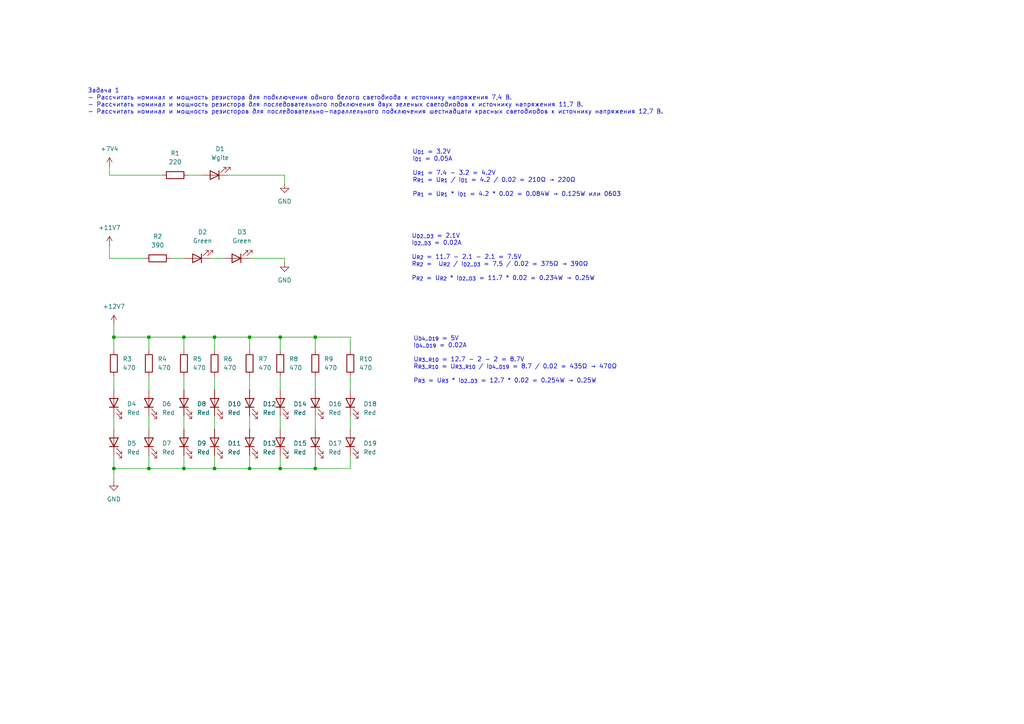
<source format=kicad_sch>
(kicad_sch (version 20231120) (generator "eeschema") (generator_version "8.0")
  (paper "A4")
  (lib_symbols
    (symbol "Device:LED" (pin_numbers hide) (pin_names (offset 1.016) hide)
      (property "Reference" "D" (at 0 2.54 0))
      (property "Value" "LED" (at 0 -2.54 0))
      (symbol "LED_0_1"
        (polyline (pts (xy -1.27 -1.27) (xy -1.27 1.27)) (stroke (width 0.254)))
        (polyline (pts (xy -1.27 0) (xy 1.27 0)))
        (polyline (pts (xy 1.27 -1.27) (xy 1.27 1.27) (xy -1.27 0) (xy 1.27 -1.27)) (stroke (width 0.254)))
        (polyline (pts (xy -3.048 -0.762) (xy -4.572 -2.286) (xy -3.81 -2.286) (xy -4.572 -2.286) (xy -4.572 -1.524)))
        (polyline (pts (xy -1.778 -0.762) (xy -3.302 -2.286) (xy -2.54 -2.286) (xy -3.302 -2.286) (xy -3.302 -1.524)))
      )
      (symbol "LED_1_1"
        (pin passive line (at -3.81 0 0) (length 2.54) (name "K") (number "1"))
        (pin passive line (at 3.81 0 180) (length 2.54) (name "A") (number "2"))
      )
    )
    (symbol "Device:R" (pin_numbers hide) (pin_names (offset 0))
      (property "Reference" "R" (at 2.032 0 90))
      (property "Value" "R" (at 0 0 90))
      (symbol "R_0_1"
        (rectangle (start -1.016 -2.54) (end 1.016 2.54) (stroke (width 0.254)))
      )
      (symbol "R_1_1"
        (pin passive line (at 0 3.81 270) (length 1.27) (name "~") (number "1"))
        (pin passive line (at 0 -3.81 90) (length 1.27) (name "~") (number "2"))
      )
    )
    (symbol "power:+3.3V" (power) (pin_numbers hide) (pin_names (offset 0) hide)
      (property "Value" "+3.3V" (at 0 3.556 0))
      (symbol "+3.3V_0_1"
        (polyline (pts (xy -0.762 1.27) (xy 0 2.54)))
        (polyline (pts (xy 0 0) (xy 0 2.54)))
        (polyline (pts (xy 0 2.54) (xy 0.762 1.27)))
      )
      (symbol "+3.3V_1_1"
        (pin power_in line (at 0 0 90) (length 0) (name "~") (number "1"))
      )
    )
    (symbol "power:GND" (power) (pin_numbers hide) (pin_names (offset 0) hide)
      (property "Value" "GND" (at 0 -3.81 0))
      (symbol "GND_0_1"
        (polyline (pts (xy 0 0) (xy 0 -1.27) (xy 1.27 -1.27) (xy 0 -2.54) (xy -1.27 -1.27) (xy 0 -1.27)))
      )
      (symbol "GND_1_1"
        (pin power_in line (at 0 0 270) (length 0) (name "~") (number "1"))
      )
    )
  )
  (junction (at 33.02 97.79))
  (junction (at 53.34 135.89))
  (junction (at 43.18 97.79))
  (junction (at 91.44 97.79))
  (junction (at 72.39 97.79))
  (junction (at 91.44 135.89))
  (junction (at 81.28 135.89))
  (junction (at 62.23 97.79))
  (junction (at 62.23 135.89))
  (junction (at 33.02 135.89))
  (junction (at 53.34 97.79))
  (junction (at 43.18 135.89))
  (junction (at 72.39 135.89))
  (junction (at 81.28 97.79))
  (wire (pts (xy 53.34 132.08) (xy 53.34 135.89)))
  (wire (pts (xy 43.18 120.65) (xy 43.18 124.46)))
  (wire (pts (xy 62.23 132.08) (xy 62.23 135.89)))
  (wire (pts (xy 33.02 97.79) (xy 43.18 97.79)))
  (wire (pts (xy 62.23 101.6) (xy 62.23 97.79)))
  (wire (pts (xy 72.39 109.22) (xy 72.39 113.03)))
  (wire (pts (xy 81.28 109.22) (xy 81.28 113.03)))
  (wire (pts (xy 62.23 109.22) (xy 62.23 113.03)))
  (wire (pts (xy 82.55 50.8) (xy 82.55 53.34)))
  (wire (pts (xy 33.02 135.89) (xy 33.02 139.7)))
  (wire (pts (xy 31.75 71.12) (xy 31.75 74.93)))
  (wire (pts (xy 31.75 48.26) (xy 31.75 50.8)))
  (wire (pts (xy 81.28 135.89) (xy 72.39 135.89)))
  (wire (pts (xy 72.39 132.08) (xy 72.39 135.89)))
  (wire (pts (xy 54.61 50.8) (xy 58.42 50.8)))
  (wire (pts (xy 101.6 101.6) (xy 101.6 97.79)))
  (wire (pts (xy 62.23 135.89) (xy 53.34 135.89)))
  (wire (pts (xy 91.44 135.89) (xy 81.28 135.89)))
  (wire (pts (xy 81.28 132.08) (xy 81.28 135.89)))
  (wire (pts (xy 72.39 74.93) (xy 82.55 74.93)))
  (wire (pts (xy 81.28 101.6) (xy 81.28 97.79)))
  (wire (pts (xy 72.39 101.6) (xy 72.39 97.79)))
  (wire (pts (xy 82.55 74.93) (xy 82.55 76.2)))
  (wire (pts (xy 62.23 97.79) (xy 53.34 97.79)))
  (wire (pts (xy 72.39 97.79) (xy 62.23 97.79)))
  (wire (pts (xy 101.6 109.22) (xy 101.6 113.03)))
  (wire (pts (xy 91.44 120.65) (xy 91.44 124.46)))
  (wire (pts (xy 72.39 135.89) (xy 62.23 135.89)))
  (wire (pts (xy 91.44 97.79) (xy 81.28 97.79)))
  (wire (pts (xy 81.28 97.79) (xy 72.39 97.79)))
  (wire (pts (xy 33.02 132.08) (xy 33.02 135.89)))
  (wire (pts (xy 91.44 101.6) (xy 91.44 97.79)))
  (wire (pts (xy 41.91 74.93) (xy 31.75 74.93)))
  (wire (pts (xy 91.44 132.08) (xy 91.44 135.89)))
  (wire (pts (xy 53.34 109.22) (xy 53.34 113.03)))
  (wire (pts (xy 33.02 93.98) (xy 33.02 97.79)))
  (wire (pts (xy 66.04 50.8) (xy 82.55 50.8)))
  (wire (pts (xy 33.02 109.22) (xy 33.02 113.03)))
  (wire (pts (xy 101.6 132.08) (xy 101.6 135.89)))
  (wire (pts (xy 53.34 135.89) (xy 43.18 135.89)))
  (wire (pts (xy 43.18 132.08) (xy 43.18 135.89)))
  (wire (pts (xy 33.02 97.79) (xy 33.02 101.6)))
  (wire (pts (xy 101.6 97.79) (xy 91.44 97.79)))
  (wire (pts (xy 53.34 97.79) (xy 53.34 101.6)))
  (wire (pts (xy 43.18 109.22) (xy 43.18 113.03)))
  (wire (pts (xy 53.34 120.65) (xy 53.34 124.46)))
  (wire (pts (xy 91.44 109.22) (xy 91.44 113.03)))
  (wire (pts (xy 43.18 101.6) (xy 43.18 97.79)))
  (wire (pts (xy 49.53 74.93) (xy 53.34 74.93)))
  (wire (pts (xy 33.02 120.65) (xy 33.02 124.46)))
  (wire (pts (xy 33.02 135.89) (xy 43.18 135.89)))
  (wire (pts (xy 60.96 74.93) (xy 64.77 74.93)))
  (wire (pts (xy 43.18 97.79) (xy 53.34 97.79)))
  (wire (pts (xy 72.39 120.65) (xy 72.39 124.46)))
  (wire (pts (xy 62.23 120.65) (xy 62.23 124.46)))
  (wire (pts (xy 81.28 120.65) (xy 81.28 124.46)))
  (wire (pts (xy 101.6 135.89) (xy 91.44 135.89)))
  (wire (pts (xy 101.6 120.65) (xy 101.6 124.46)))
  (wire (pts (xy 46.99 50.8) (xy 31.75 50.8)))
  (text "U_{D2..D3} = 2.1V\nI_{D2..D3} = 0.02A\n\nU_{R2} = 11.7 - 2.1 - 2.1 = 7.5V\nR_{R2} =  U_{R2} / I_{D2..D3} = 7.5 / 0.02 = 375Ω → 390Ω\n\nP_{R2} = U_{R2} * I_{D2..D3} = 11.7 * 0.02 = 0.234W → 0.25W" (at 119.38 74.676 0) (effects (font (size 1.27 1.27)) (justify left)))
  (text "Задача 1\n- Рассчитать номинал и мощность резистора для подключения одного белого светодиода к источнику напряжения 7,4 В.\n- Рассчитать номинал и мощность резистора для последовательного подключения двух зеленых светодиодов к источнику напряжения 11,7 В.\n- Рассчитать номинал и мощность резисторов для последовательно-параллельного подключения шестнадцати красных светодиодов к источнику напряжения 12,7 В.\n" (at 25.4 25.654 0) (effects (font (size 1.27 1.27)) (justify left top)))
  (text "U_{D1} = 3.2V\nI_{D1} = 0.05A\n\nU_{R1} = 7.4 - 3.2 = 4.2V\nR_{R1} = U_{R1} / I_{D1} = 4.2 / 0.02 = 210Ω → 220Ω\n\nP_{R1} = U_{R1} * I_{D1} = 4.2 * 0.02 = 0.084W → 0.125W или 0603 " (at 119.634 50.292 0) (effects (font (size 1.27 1.27)) (justify left)))
  (text "U_{D4..D19} = 5V\nI_{D4..D19} = 0.02A\n\nU_{R3..R10} = 12.7 - 2 - 2 = 8.7V\nR_{R3..R10} = U_{R3..R10} / I_{D4..D19} = 8.7 / 0.02 = 435Ω → 470Ω\n\nP_{R3} = U_{R3} * I_{D2..D3} = 12.7 * 0.02 = 0.254W → 0.25W" (at 119.888 104.394 0) (effects (font (size 1.27 1.27)) (justify left)))
  (symbol (lib_id "Device:R") (at 50.8 50.8 270) (unit 1)
    (property "Reference" "R1" (at 50.8 44.45 90))
    (property "Value" "220" (at 50.8 46.99 90))
    (property "Description" "Resistor" (effects (hide yes)))
  )
  (symbol (lib_id "Device:LED") (at 33.02 128.27 90) (unit 1)
    (property "Reference" "D5" (at 36.83 128.5874 90) (effects (justify right)))
    (property "Value" "Red" (at 36.83 131.1274 90) (effects (justify right)))
    (property "Description" "Light emitting diode" (effects (hide yes)))
  )
  (symbol (lib_id "Device:R") (at 53.34 105.41 180) (unit 1)
    (property "Reference" "R5" (at 55.88 104.1399 0) (effects (justify right)))
    (property "Value" "470" (at 55.88 106.6799 0) (effects (justify right)))
    (property "Description" "Resistor" (effects (hide yes)))
  )
  (symbol (lib_id "Device:LED") (at 91.44 116.84 90) (unit 1)
    (property "Reference" "D16" (at 95.25 117.1574 90) (effects (justify right)))
    (property "Value" "Red" (at 95.25 119.6974 90) (effects (justify right)))
    (property "Description" "Light emitting diode" (effects (hide yes)))
  )
  (symbol (lib_id "Device:LED") (at 53.34 116.84 90) (unit 1)
    (property "Reference" "D8" (at 57.15 117.1574 90) (effects (justify right)))
    (property "Value" "Red" (at 57.15 119.6974 90) (effects (justify right)))
    (property "Description" "Light emitting diode" (effects (hide yes)))
  )
  (symbol (lib_id "power:GND") (at 33.02 139.7 0) (unit 1)
    (property "Reference" "#PWR06" (effects (hide yes)))
    (property "Value" "GND" (at 33.02 144.78 0))
    (property "Description" "Power symbol creates a global label with name \"GND\" , ground" (effects (hide yes)))
  )
  (symbol (lib_id "Device:R") (at 62.23 105.41 180) (unit 1)
    (property "Reference" "R6" (at 64.77 104.1399 0) (effects (justify right)))
    (property "Value" "470" (at 64.77 106.6799 0) (effects (justify right)))
    (property "Description" "Resistor" (effects (hide yes)))
  )
  (symbol (lib_id "Device:LED") (at 72.39 128.27 90) (unit 1)
    (property "Reference" "D13" (at 76.2 128.5874 90) (effects (justify right)))
    (property "Value" "Red" (at 76.2 131.1274 90) (effects (justify right)))
    (property "Description" "Light emitting diode" (effects (hide yes)))
  )
  (symbol (lib_id "Device:R") (at 43.18 105.41 180) (unit 1)
    (property "Reference" "R4" (at 45.72 104.1399 0) (effects (justify right)))
    (property "Value" "470" (at 45.72 106.6799 0) (effects (justify right)))
    (property "Description" "Resistor" (effects (hide yes)))
  )
  (symbol (lib_id "Device:LED") (at 81.28 116.84 90) (unit 1)
    (property "Reference" "D14" (at 85.09 117.1574 90) (effects (justify right)))
    (property "Value" "Red" (at 85.09 119.6974 90) (effects (justify right)))
    (property "Description" "Light emitting diode" (effects (hide yes)))
  )
  (symbol (lib_id "Device:LED") (at 33.02 116.84 90) (unit 1)
    (property "Reference" "D4" (at 36.83 117.1574 90) (effects (justify right)))
    (property "Value" "Red" (at 36.83 119.6974 90) (effects (justify right)))
    (property "Description" "Light emitting diode" (effects (hide yes)))
  )
  (symbol (lib_id "Device:LED") (at 72.39 116.84 90) (unit 1)
    (property "Reference" "D12" (at 76.2 117.1574 90) (effects (justify right)))
    (property "Value" "Red" (at 76.2 119.6974 90) (effects (justify right)))
    (property "Description" "Light emitting diode" (effects (hide yes)))
  )
  (symbol (lib_id "power:+3.3V") (at 31.75 71.12 0) (unit 1)
    (property "Reference" "#PWR03" (effects (hide yes)))
    (property "Value" "+11V7" (at 31.75 66.04 0))
    (property "Description" "Power symbol creates a global label with name \"+3.3V\"" (effects (hide yes)))
  )
  (symbol (lib_id "Device:LED") (at 101.6 128.27 90) (unit 1)
    (property "Reference" "D19" (at 105.41 128.5874 90) (effects (justify right)))
    (property "Value" "Red" (at 105.41 131.1274 90) (effects (justify right)))
    (property "Description" "Light emitting diode" (effects (hide yes)))
  )
  (symbol (lib_id "Device:LED") (at 81.28 128.27 90) (unit 1)
    (property "Reference" "D15" (at 85.09 128.5874 90) (effects (justify right)))
    (property "Value" "Red" (at 85.09 131.1274 90) (effects (justify right)))
    (property "Description" "Light emitting diode" (effects (hide yes)))
  )
  (symbol (lib_id "Device:LED") (at 91.44 128.27 90) (unit 1)
    (property "Reference" "D17" (at 95.25 128.5874 90) (effects (justify right)))
    (property "Value" "Red" (at 95.25 131.1274 90) (effects (justify right)))
    (property "Description" "Light emitting diode" (effects (hide yes)))
  )
  (symbol (lib_id "Device:LED") (at 68.58 74.93 180) (unit 1)
    (property "Reference" "D3" (at 70.1675 67.31 0))
    (property "Value" "Green" (at 70.1675 69.85 0))
    (property "Description" "Light emitting diode" (effects (hide yes)))
  )
  (symbol (lib_id "Device:R") (at 91.44 105.41 180) (unit 1)
    (property "Reference" "R9" (at 93.98 104.1399 0) (effects (justify right)))
    (property "Value" "470" (at 93.98 106.6799 0) (effects (justify right)))
    (property "Description" "Resistor" (effects (hide yes)))
  )
  (symbol (lib_id "Device:LED") (at 101.6 116.84 90) (unit 1)
    (property "Reference" "D18" (at 105.41 117.1574 90) (effects (justify right)))
    (property "Value" "Red" (at 105.41 119.6974 90) (effects (justify right)))
    (property "Description" "Light emitting diode" (effects (hide yes)))
  )
  (symbol (lib_id "Device:R") (at 81.28 105.41 180) (unit 1)
    (property "Reference" "R8" (at 83.82 104.1399 0) (effects (justify right)))
    (property "Value" "470" (at 83.82 106.6799 0) (effects (justify right)))
    (property "Description" "Resistor" (effects (hide yes)))
  )
  (symbol (lib_id "Device:LED") (at 62.23 116.84 90) (unit 1)
    (property "Reference" "D10" (at 66.04 117.1574 90) (effects (justify right)))
    (property "Value" "Red" (at 66.04 119.6974 90) (effects (justify right)))
    (property "Description" "Light emitting diode" (effects (hide yes)))
  )
  (symbol (lib_id "Device:LED") (at 57.15 74.93 180) (unit 1)
    (property "Reference" "D2" (at 58.7375 67.31 0))
    (property "Value" "Green" (at 58.7375 69.85 0))
    (property "Description" "Light emitting diode" (effects (hide yes)))
  )
  (symbol (lib_id "Device:LED") (at 62.23 128.27 90) (unit 1)
    (property "Reference" "D11" (at 66.04 128.5874 90) (effects (justify right)))
    (property "Value" "Red" (at 66.04 131.1274 90) (effects (justify right)))
    (property "Description" "Light emitting diode" (effects (hide yes)))
  )
  (symbol (lib_id "Device:LED") (at 53.34 128.27 90) (unit 1)
    (property "Reference" "D9" (at 57.15 128.5874 90) (effects (justify right)))
    (property "Value" "Red" (at 57.15 131.1274 90) (effects (justify right)))
    (property "Description" "Light emitting diode" (effects (hide yes)))
  )
  (symbol (lib_id "Device:LED") (at 62.23 50.8 180) (unit 1)
    (property "Reference" "D1" (at 63.8175 43.18 0))
    (property "Value" "Wgite" (at 63.8175 45.72 0))
    (property "Description" "Light emitting diode" (effects (hide yes)))
  )
  (symbol (lib_id "Device:R") (at 101.6 105.41 180) (unit 1)
    (property "Reference" "R10" (at 104.14 104.1399 0) (effects (justify right)))
    (property "Value" "470" (at 104.14 106.6799 0) (effects (justify right)))
    (property "Description" "Resistor" (effects (hide yes)))
  )
  (symbol (lib_id "Device:R") (at 33.02 105.41 180) (unit 1)
    (property "Reference" "R3" (at 35.56 104.1399 0) (effects (justify right)))
    (property "Value" "470" (at 35.56 106.6799 0) (effects (justify right)))
    (property "Description" "Resistor" (effects (hide yes)))
  )
  (symbol (lib_id "Device:R") (at 72.39 105.41 180) (unit 1)
    (property "Reference" "R7" (at 74.93 104.1399 0) (effects (justify right)))
    (property "Value" "470" (at 74.93 106.6799 0) (effects (justify right)))
    (property "Description" "Resistor" (effects (hide yes)))
  )
  (symbol (lib_id "power:+3.3V") (at 31.75 48.26 0) (unit 1)
    (property "Reference" "#PWR01" (effects (hide yes)))
    (property "Value" "+7V4" (at 31.75 43.18 0))
    (property "Description" "Power symbol creates a global label with name \"+3.3V\"" (effects (hide yes)))
  )
  (symbol (lib_id "power:GND") (at 82.55 53.34 0) (unit 1)
    (property "Reference" "#PWR02" (effects (hide yes)))
    (property "Value" "GND" (at 82.55 58.42 0))
    (property "Description" "Power symbol creates a global label with name \"GND\" , ground" (effects (hide yes)))
  )
  (symbol (lib_id "Device:LED") (at 43.18 116.84 90) (unit 1)
    (property "Reference" "D6" (at 46.99 117.1574 90) (effects (justify right)))
    (property "Value" "Red" (at 46.99 119.6974 90) (effects (justify right)))
    (property "Description" "Light emitting diode" (effects (hide yes)))
  )
  (symbol (lib_id "power:GND") (at 82.55 76.2 0) (unit 1)
    (property "Reference" "#PWR04" (effects (hide yes)))
    (property "Value" "GND" (at 82.55 81.28 0))
    (property "Description" "Power symbol creates a global label with name \"GND\" , ground" (effects (hide yes)))
  )
  (symbol (lib_id "Device:LED") (at 43.18 128.27 90) (unit 1)
    (property "Reference" "D7" (at 46.99 128.5874 90) (effects (justify right)))
    (property "Value" "Red" (at 46.99 131.1274 90) (effects (justify right)))
    (property "Description" "Light emitting diode" (effects (hide yes)))
  )
  (symbol (lib_id "Device:R") (at 45.72 74.93 270) (unit 1)
    (property "Reference" "R2" (at 45.72 68.58 90))
    (property "Value" "390" (at 45.72 71.12 90))
    (property "Description" "Resistor" (effects (hide yes)))
  )
  (symbol (lib_id "power:+3.3V") (at 33.02 93.98 0) (unit 1)
    (property "Reference" "#PWR05" (effects (hide yes)))
    (property "Value" "+12V7" (at 33.02 88.9 0))
    (property "Description" "Power symbol creates a global label with name \"+3.3V\"" (effects (hide yes)))
  )
)
</source>
